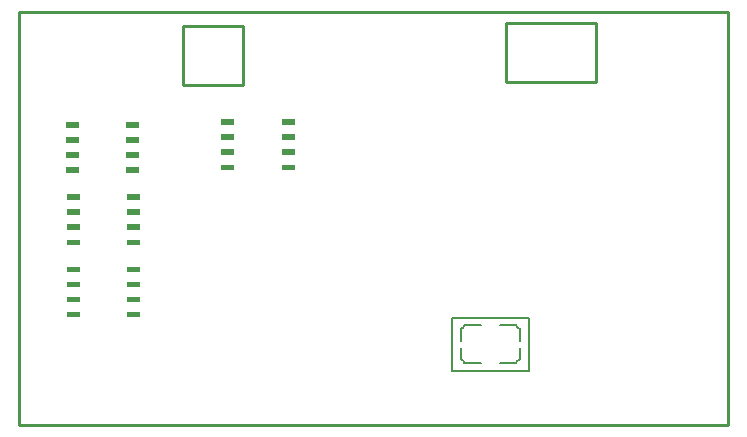
<source format=gm1>
G04*
G04 #@! TF.GenerationSoftware,Altium Limited,Altium Designer,18.0.12 (696)*
G04*
G04 Layer_Color=16711935*
%FSLAX44Y44*%
%MOMM*%
G71*
G01*
G75*
%ADD10C,0.2540*%
%ADD70C,0.1270*%
G36*
X233180Y253840D02*
X222198D01*
Y258759D01*
X233180D01*
Y253840D01*
D02*
G37*
G36*
X182180D02*
X171085D01*
Y258806D01*
X182180D01*
Y253840D01*
D02*
G37*
G36*
X101704Y251804D02*
X90722D01*
Y256723D01*
X101704D01*
Y251804D01*
D02*
G37*
G36*
X50704D02*
X39609D01*
Y256770D01*
X50704D01*
Y251804D01*
D02*
G37*
G36*
X233180Y241140D02*
X222216D01*
Y246056D01*
X233180D01*
Y241140D01*
D02*
G37*
G36*
X182180D02*
X171096D01*
Y246064D01*
X182180D01*
Y241140D01*
D02*
G37*
G36*
X101704Y239104D02*
X90740D01*
Y244020D01*
X101704D01*
Y239104D01*
D02*
G37*
G36*
X50704D02*
X39620D01*
Y244028D01*
X50704D01*
Y239104D01*
D02*
G37*
G36*
X233180Y228440D02*
X222227D01*
Y233331D01*
X233180D01*
Y228440D01*
D02*
G37*
G36*
X182180D02*
X171150D01*
Y233336D01*
X182180D01*
Y228440D01*
D02*
G37*
G36*
X101704Y226404D02*
X90751D01*
Y231295D01*
X101704D01*
Y226404D01*
D02*
G37*
G36*
X50704D02*
X39674D01*
Y231300D01*
X50704D01*
Y226404D01*
D02*
G37*
G36*
X233180Y215740D02*
X222219D01*
Y220607D01*
X233180D01*
Y215740D01*
D02*
G37*
G36*
X182180D02*
X171150D01*
Y220624D01*
X182180D01*
Y215740D01*
D02*
G37*
G36*
X101704Y213704D02*
X90743D01*
Y218571D01*
X101704D01*
Y213704D01*
D02*
G37*
G36*
X50704D02*
X39674D01*
Y218588D01*
X50704D01*
Y213704D01*
D02*
G37*
G36*
X102212Y190336D02*
X91230D01*
Y195255D01*
X102212D01*
Y190336D01*
D02*
G37*
G36*
X51212D02*
X40117D01*
Y195302D01*
X51212D01*
Y190336D01*
D02*
G37*
G36*
X102212Y177636D02*
X91248D01*
Y182552D01*
X102212D01*
Y177636D01*
D02*
G37*
G36*
X51212D02*
X40128D01*
Y182560D01*
X51212D01*
Y177636D01*
D02*
G37*
G36*
X102212Y164936D02*
X91259D01*
Y169827D01*
X102212D01*
Y164936D01*
D02*
G37*
G36*
X51212D02*
X40182D01*
Y169832D01*
X51212D01*
Y164936D01*
D02*
G37*
G36*
X102212Y152236D02*
X91251D01*
Y157103D01*
X102212D01*
Y152236D01*
D02*
G37*
G36*
X51212D02*
X40182D01*
Y157120D01*
X51212D01*
Y152236D01*
D02*
G37*
G36*
X102356Y129204D02*
X91374D01*
Y134123D01*
X102356D01*
Y129204D01*
D02*
G37*
G36*
X51356D02*
X40261D01*
Y134170D01*
X51356D01*
Y129204D01*
D02*
G37*
G36*
X102356Y116504D02*
X91392D01*
Y121420D01*
X102356D01*
Y116504D01*
D02*
G37*
G36*
X51356D02*
X40272D01*
Y121428D01*
X51356D01*
Y116504D01*
D02*
G37*
G36*
X102356Y103804D02*
X91403D01*
Y108695D01*
X102356D01*
Y103804D01*
D02*
G37*
G36*
X51356D02*
X40326D01*
Y108700D01*
X51356D01*
Y103804D01*
D02*
G37*
G36*
X102356Y91104D02*
X91395D01*
Y95971D01*
X102356D01*
Y91104D01*
D02*
G37*
G36*
X51356D02*
X40326D01*
Y95988D01*
X51356D01*
Y91104D01*
D02*
G37*
D10*
X411734Y290322D02*
Y340106D01*
Y290322D02*
X487934D01*
Y340106D01*
X411734D02*
X487934D01*
X138430Y288290D02*
Y338074D01*
Y288290D02*
X189230D01*
Y338074D01*
X138430D02*
X189230D01*
X0Y0D02*
X600000D01*
X0D02*
Y350000D01*
X600000D01*
Y0D02*
Y350000D01*
D70*
X423780Y55580D02*
G03*
X420780Y52580I0J-3000D01*
G01*
X376780D02*
G03*
X373780Y55580I-3000J0D01*
G01*
X420780Y84580D02*
G03*
X423780Y81580I3000J0D01*
G01*
X373780D02*
G03*
X376780Y84580I0J3000D01*
G01*
X366280Y46080D02*
Y91080D01*
X431280D01*
Y46080D02*
Y91080D01*
X366280Y46080D02*
X431280D01*
X423780Y55580D02*
Y65580D01*
X406780Y52580D02*
X420780D01*
X376780D02*
X390780D01*
X373780Y55580D02*
Y65580D01*
X423780Y71580D02*
Y81580D01*
X406780Y84580D02*
X420780D01*
X376780D02*
X390780D01*
X373780Y71580D02*
Y81580D01*
M02*

</source>
